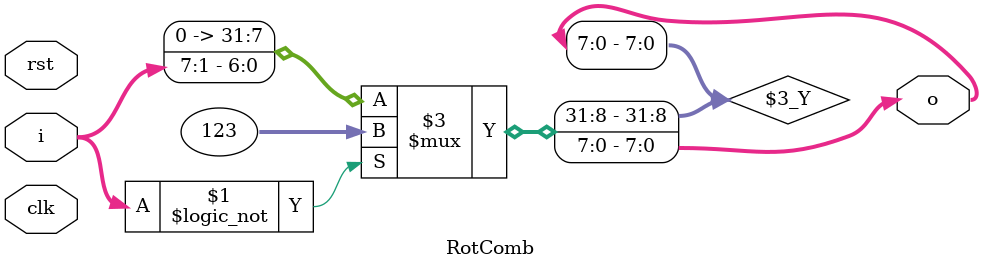
<source format=sv>
module RotSeq(
	input clk, rst,
	input [7:0] i,
	output logic [7:0] o
);

always_ff @(posedge clk or negedge rst) begin
	if (!rst) o <= '0;
	else      o <= i;
end

endmodule

module RotComb(
	input clk, rst,
	input [7:0] i,
	output logic [7:0] o
);

assign o = (i == 0) ? 'd123 : (i>>1);

endmodule

</source>
